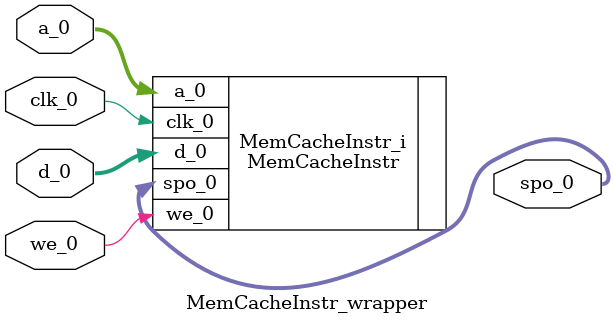
<source format=v>
`timescale 1 ps / 1 ps

module MemCacheInstr_wrapper
   (a_0,
    clk_0,
    d_0,
    spo_0,
    we_0);
  input [8:0]a_0;
  input clk_0;
  input [31:0]d_0;
  output [31:0]spo_0;
  input we_0;

  wire [8:0]a_0;
  wire clk_0;
  wire [31:0]d_0;
  wire [31:0]spo_0;
  wire we_0;

  MemCacheInstr MemCacheInstr_i
       (.a_0(a_0),
        .clk_0(clk_0),
        .d_0(d_0),
        .spo_0(spo_0),
        .we_0(we_0));
endmodule

</source>
